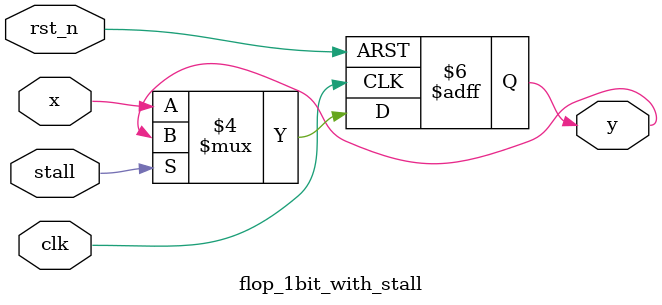
<source format=v>
module flop_1bit_with_stall(clk, x, y, rst_n, stall);
input clk, x, rst_n, stall;
output reg y;

always @(posedge clk, negedge rst_n)begin
if(!rst_n)
y<=0;
else if(stall)
y<=y;
else
y<=x;

end
endmodule

</source>
